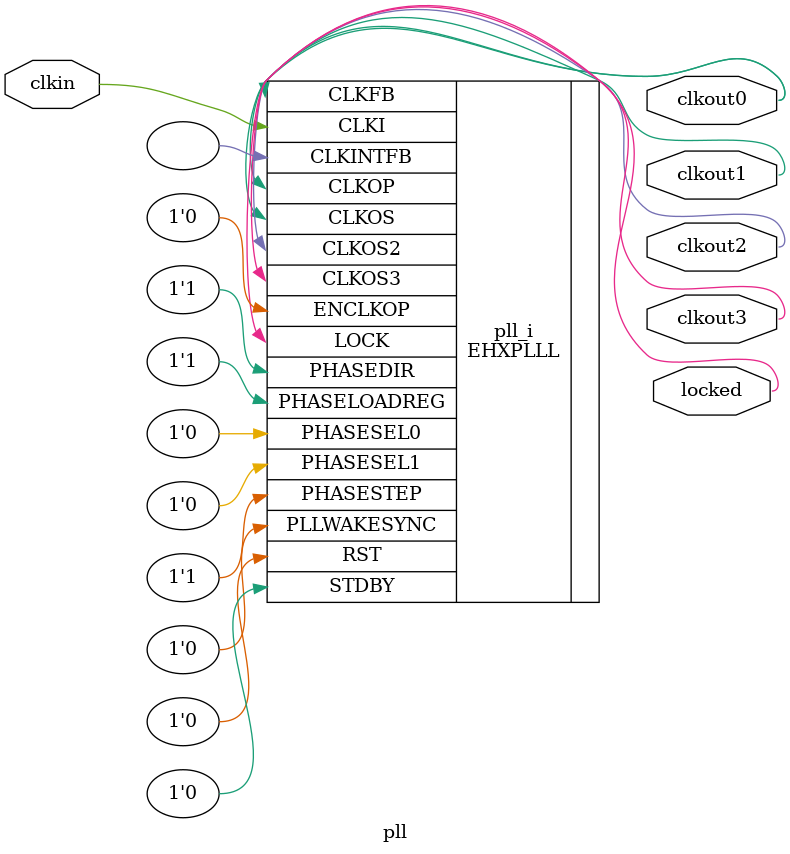
<source format=v>
module pll
(
    input clkin, // 25 MHz, 0 deg
    output clkout0, // 160 MHz, 0 deg
    output clkout1, // 25.6 MHz, 0 deg
    output clkout2, // 160 MHz, 0 deg
    output clkout3, // 160 MHz, 56.25 deg
    output locked
);
(* FREQUENCY_PIN_CLKI="25" *)
(* FREQUENCY_PIN_CLKOP="160" *)
(* FREQUENCY_PIN_CLKOS="25.6" *)
(* FREQUENCY_PIN_CLKOS2="160" *)
(* FREQUENCY_PIN_CLKOS3="160" *)
(* ICP_CURRENT="12" *) (* LPF_RESISTOR="8" *) (* MFG_ENABLE_FILTEROPAMP="1" *) (* MFG_GMCREF_SEL="2" *)
EHXPLLL #(
        .PLLRST_ENA("DISABLED"),
        .INTFB_WAKE("DISABLED"),
        .STDBY_ENABLE("DISABLED"),
        .DPHASE_SOURCE("DISABLED"),
        .OUTDIVIDER_MUXA("DIVA"),
        .OUTDIVIDER_MUXB("DIVB"),
        .OUTDIVIDER_MUXC("DIVC"),
        .OUTDIVIDER_MUXD("DIVD"),
        .CLKI_DIV(5),
        .CLKOP_ENABLE("ENABLED"),
        .CLKOP_DIV(4),
        .CLKOP_CPHASE(2),
        .CLKOP_FPHASE(0),
        .CLKOS_ENABLE("ENABLED"),
        .CLKOS_DIV(25),
        .CLKOS_CPHASE(2),
        .CLKOS_FPHASE(0),
        .CLKOS2_ENABLE("ENABLED"),
        .CLKOS2_DIV(4),
        .CLKOS2_CPHASE(2),
        .CLKOS2_FPHASE(0),
        .CLKOS3_ENABLE("ENABLED"),
        .CLKOS3_DIV(4),
        .CLKOS3_CPHASE(2),
        .CLKOS3_FPHASE(5),
        .FEEDBK_PATH("CLKOP"),
        .CLKFB_DIV(32)
    ) pll_i (
        .RST(1'b0),
        .STDBY(1'b0),
        .CLKI(clkin),
        .CLKOP(clkout0),
        .CLKOS(clkout1),
        .CLKOS2(clkout2),
        .CLKOS3(clkout3),
        .CLKFB(clkout0),
        .CLKINTFB(),
        .PHASESEL0(1'b0),
        .PHASESEL1(1'b0),
        .PHASEDIR(1'b1),
        .PHASESTEP(1'b1),
        .PHASELOADREG(1'b1),
        .PLLWAKESYNC(1'b0),
        .ENCLKOP(1'b0),
        .LOCK(locked)
	);
endmodule

</source>
